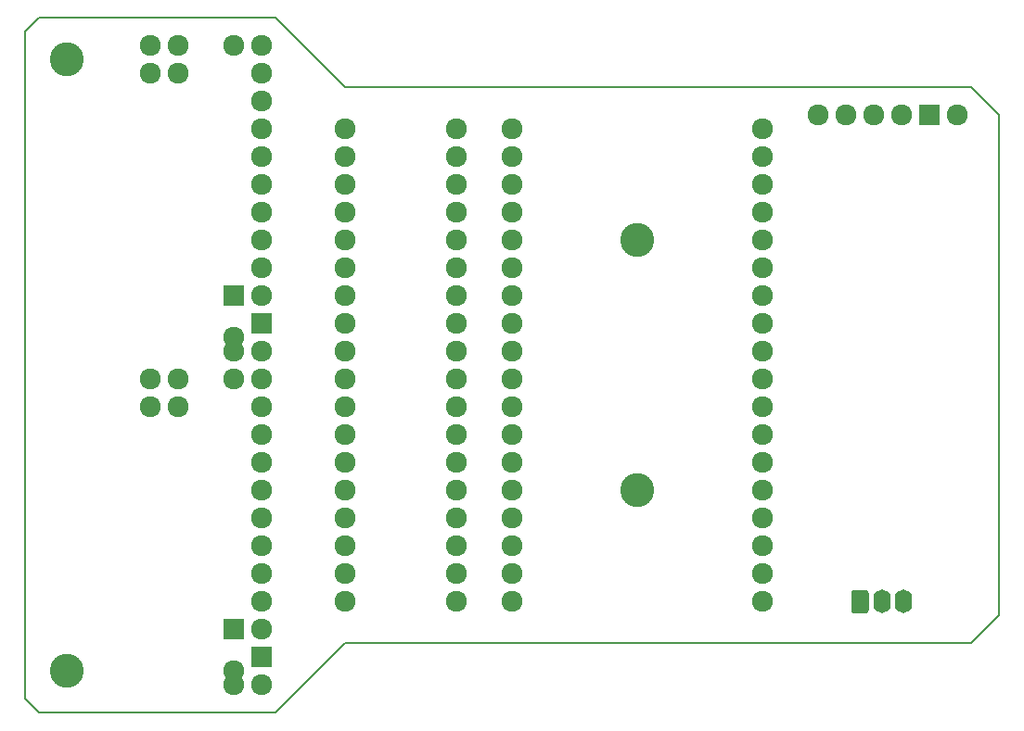
<source format=gbr>
G04 #@! TF.GenerationSoftware,KiCad,Pcbnew,(5.1.2)-2*
G04 #@! TF.CreationDate,2019-07-24T13:36:26-05:00*
G04 #@! TF.ProjectId,ECE 597 PCB,45434520-3539-4372-9050-43422e6b6963,rev?*
G04 #@! TF.SameCoordinates,Original*
G04 #@! TF.FileFunction,Soldermask,Top*
G04 #@! TF.FilePolarity,Negative*
%FSLAX46Y46*%
G04 Gerber Fmt 4.6, Leading zero omitted, Abs format (unit mm)*
G04 Created by KiCad (PCBNEW (5.1.2)-2) date 2019-07-24 13:36:26*
%MOMM*%
%LPD*%
G04 APERTURE LIST*
%ADD10C,0.150000*%
%ADD11C,3.100000*%
%ADD12R,1.924000X1.924000*%
%ADD13C,1.924000*%
%ADD14C,0.100000*%
%ADD15C,1.600000*%
%ADD16O,1.600000X2.150000*%
G04 APERTURE END LIST*
D10*
X161760000Y-75080000D02*
X161760000Y-85240000D01*
X159220000Y-72540000D02*
X161760000Y-75080000D01*
X146520000Y-72540000D02*
X159220000Y-72540000D01*
X161760000Y-120800000D02*
X161760000Y-110640000D01*
X159220000Y-123340000D02*
X161760000Y-120800000D01*
X141440000Y-123340000D02*
X159220000Y-123340000D01*
X161760000Y-85240000D02*
X161760000Y-110640000D01*
X146520000Y-72540000D02*
X141440000Y-72540000D01*
X102070000Y-72540000D02*
X141440000Y-72540000D01*
X95720000Y-66190000D02*
X102070000Y-72540000D01*
X94450000Y-66190000D02*
X95720000Y-66190000D01*
X74130000Y-66190000D02*
X94450000Y-66190000D01*
X72860000Y-67460000D02*
X74130000Y-66190000D01*
X72860000Y-128420000D02*
X72860000Y-67460000D01*
X74130000Y-129690000D02*
X72860000Y-128420000D01*
X95720000Y-129690000D02*
X74130000Y-129690000D01*
X102070000Y-123340000D02*
X95720000Y-129690000D01*
X141440000Y-123340000D02*
X102070000Y-123340000D01*
D11*
G04 #@! TO.C,MK4*
X128740000Y-86510000D03*
G04 #@! TD*
D12*
G04 #@! TO.C,U6*
X91910000Y-91590000D03*
D13*
X91910000Y-95400000D03*
X91910000Y-96670000D03*
X84290000Y-68730000D03*
X84290000Y-71270000D03*
X86830000Y-71270000D03*
X86830000Y-68730000D03*
X91910000Y-68730000D03*
X94450000Y-68730000D03*
X94450000Y-71270000D03*
X94450000Y-73810000D03*
X94450000Y-76350000D03*
X94450000Y-78890000D03*
X94450000Y-81430000D03*
X94450000Y-83970000D03*
X94450000Y-86510000D03*
X94450000Y-89050000D03*
X94450000Y-91590000D03*
D12*
X94450000Y-94130000D03*
D13*
X94450000Y-96670000D03*
G04 #@! TD*
D12*
G04 #@! TO.C,U5*
X91910000Y-122070000D03*
D13*
X91910000Y-125880000D03*
X91910000Y-127150000D03*
X84290000Y-99210000D03*
X84290000Y-101750000D03*
X86830000Y-101750000D03*
X86830000Y-99210000D03*
X91910000Y-99210000D03*
X94450000Y-99210000D03*
X94450000Y-101750000D03*
X94450000Y-104290000D03*
X94450000Y-106830000D03*
X94450000Y-109370000D03*
X94450000Y-111910000D03*
X94450000Y-114450000D03*
X94450000Y-116990000D03*
X94450000Y-119530000D03*
X94450000Y-122070000D03*
D12*
X94450000Y-124610000D03*
D13*
X94450000Y-127150000D03*
G04 #@! TD*
G04 #@! TO.C,U4*
X117310000Y-76350000D03*
X117310000Y-78890000D03*
X117310000Y-81430000D03*
X117310000Y-83970000D03*
X117310000Y-86510000D03*
X117310000Y-89050000D03*
X117310000Y-91590000D03*
X117310000Y-94130000D03*
X117310000Y-96670000D03*
X117310000Y-99210000D03*
X117310000Y-101750000D03*
X117310000Y-104290000D03*
X117310000Y-106830000D03*
X117310000Y-109370000D03*
X117310000Y-111910000D03*
X117310000Y-114450000D03*
X117310000Y-116990000D03*
X117310000Y-119530000D03*
X140170000Y-119530000D03*
X140170000Y-116990000D03*
X140170000Y-114450000D03*
X140170000Y-111910000D03*
X140170000Y-109370000D03*
X140170000Y-106830000D03*
X140170000Y-104290000D03*
X140170000Y-101750000D03*
X140170000Y-99210000D03*
X140170000Y-96670000D03*
X140170000Y-94130000D03*
X140170000Y-91590000D03*
X140170000Y-89050000D03*
X140170000Y-86510000D03*
X140170000Y-83970000D03*
X140170000Y-81430000D03*
X140170000Y-78890000D03*
X140170000Y-76350000D03*
G04 #@! TD*
D11*
G04 #@! TO.C,MK3*
X76670000Y-125880000D03*
G04 #@! TD*
G04 #@! TO.C,MK1*
X76670000Y-70000000D03*
G04 #@! TD*
G04 #@! TO.C,MK2*
X128740000Y-109370000D03*
G04 #@! TD*
D13*
G04 #@! TO.C,U1*
X112230000Y-89050000D03*
X112230000Y-86510000D03*
X112230000Y-83970000D03*
X112230000Y-81430000D03*
X112230000Y-78890000D03*
X112230000Y-76350000D03*
X102070000Y-76350000D03*
X102070000Y-78890000D03*
X102070000Y-81430000D03*
X102070000Y-83970000D03*
X102070000Y-86510000D03*
X102070000Y-89050000D03*
G04 #@! TD*
G04 #@! TO.C,U2*
X102070000Y-104290000D03*
X102070000Y-101750000D03*
X102070000Y-99210000D03*
X102070000Y-96670000D03*
X102070000Y-94130000D03*
X102070000Y-91590000D03*
X112230000Y-91590000D03*
X112230000Y-94130000D03*
X112230000Y-96670000D03*
X112230000Y-99210000D03*
X112230000Y-101750000D03*
X112230000Y-104290000D03*
G04 #@! TD*
G04 #@! TO.C,U3*
X112230000Y-119530000D03*
X112230000Y-116990000D03*
X112230000Y-114450000D03*
X112230000Y-111910000D03*
X112230000Y-109370000D03*
X112230000Y-106830000D03*
X102070000Y-106830000D03*
X102070000Y-109370000D03*
X102070000Y-111910000D03*
X102070000Y-114450000D03*
X102070000Y-116990000D03*
X102070000Y-119530000D03*
G04 #@! TD*
D14*
G04 #@! TO.C,JST-PH*
G36*
X149559340Y-118456605D02*
G01*
X149591698Y-118461405D01*
X149623429Y-118469353D01*
X149654229Y-118480373D01*
X149683800Y-118494359D01*
X149711857Y-118511177D01*
X149738132Y-118530663D01*
X149762369Y-118552631D01*
X149784337Y-118576868D01*
X149803823Y-118603143D01*
X149820641Y-118631200D01*
X149834627Y-118660771D01*
X149845647Y-118691571D01*
X149853595Y-118723302D01*
X149858395Y-118755660D01*
X149860000Y-118788332D01*
X149860000Y-120271668D01*
X149858395Y-120304340D01*
X149853595Y-120336698D01*
X149845647Y-120368429D01*
X149834627Y-120399229D01*
X149820641Y-120428800D01*
X149803823Y-120456857D01*
X149784337Y-120483132D01*
X149762369Y-120507369D01*
X149738132Y-120529337D01*
X149711857Y-120548823D01*
X149683800Y-120565641D01*
X149654229Y-120579627D01*
X149623429Y-120590647D01*
X149591698Y-120598595D01*
X149559340Y-120603395D01*
X149526668Y-120605000D01*
X148593332Y-120605000D01*
X148560660Y-120603395D01*
X148528302Y-120598595D01*
X148496571Y-120590647D01*
X148465771Y-120579627D01*
X148436200Y-120565641D01*
X148408143Y-120548823D01*
X148381868Y-120529337D01*
X148357631Y-120507369D01*
X148335663Y-120483132D01*
X148316177Y-120456857D01*
X148299359Y-120428800D01*
X148285373Y-120399229D01*
X148274353Y-120368429D01*
X148266405Y-120336698D01*
X148261605Y-120304340D01*
X148260000Y-120271668D01*
X148260000Y-118788332D01*
X148261605Y-118755660D01*
X148266405Y-118723302D01*
X148274353Y-118691571D01*
X148285373Y-118660771D01*
X148299359Y-118631200D01*
X148316177Y-118603143D01*
X148335663Y-118576868D01*
X148357631Y-118552631D01*
X148381868Y-118530663D01*
X148408143Y-118511177D01*
X148436200Y-118494359D01*
X148465771Y-118480373D01*
X148496571Y-118469353D01*
X148528302Y-118461405D01*
X148560660Y-118456605D01*
X148593332Y-118455000D01*
X149526668Y-118455000D01*
X149559340Y-118456605D01*
X149559340Y-118456605D01*
G37*
D15*
X149060000Y-119530000D03*
D16*
X151060000Y-119530000D03*
X153060000Y-119530000D03*
G04 #@! TD*
D13*
G04 #@! TO.C,Waveshare 10 DOF IMU Sensor (C/D) *
X145250000Y-75080000D03*
X147790000Y-75080000D03*
X150330000Y-75080000D03*
X152870000Y-75080000D03*
D12*
X155410000Y-75080000D03*
D13*
X157950000Y-75080000D03*
G04 #@! TD*
M02*

</source>
